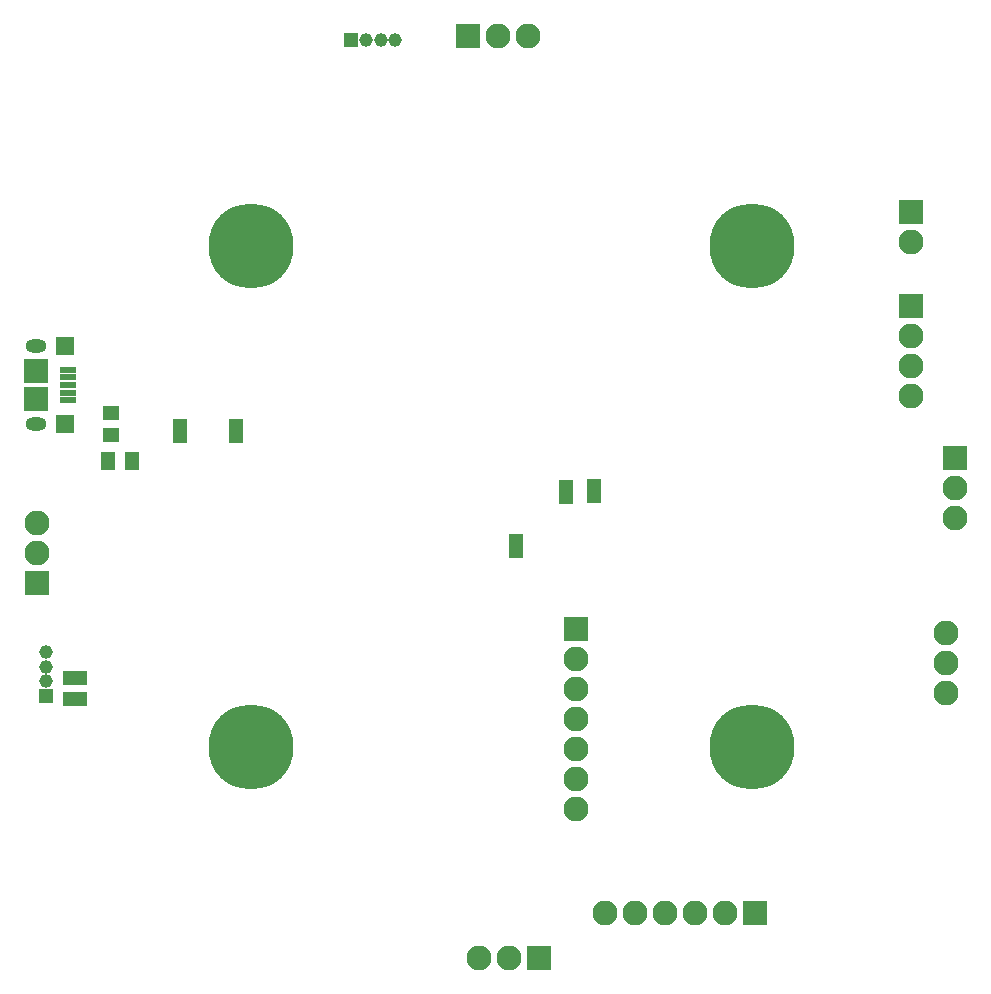
<source format=gbs>
G04*
G04 #@! TF.GenerationSoftware,Altium Limited,Altium Designer,18.1.6 (161)*
G04*
G04 Layer_Color=16711935*
%FSLAX25Y25*%
%MOIN*%
G70*
G01*
G75*
%ADD23R,0.07887X0.04737*%
%ADD24R,0.04737X0.07887*%
%ADD25R,0.04737X0.06115*%
%ADD31R,0.05524X0.04737*%
%ADD41C,0.28359*%
%ADD42O,0.07099X0.04343*%
%ADD43C,0.08300*%
%ADD44R,0.08300X0.08300*%
%ADD45R,0.08300X0.08300*%
%ADD46R,0.04540X0.04540*%
%ADD47C,0.04540*%
%ADD48R,0.04540X0.04540*%
%ADD92R,0.06312X0.06312*%
%ADD93R,0.08280X0.08280*%
%ADD94R,0.05709X0.01968*%
D23*
X150000Y220500D02*
D03*
Y227500D02*
D03*
D24*
X297000Y271500D02*
D03*
X313500Y289750D02*
D03*
X323000Y290000D02*
D03*
X185000Y310000D02*
D03*
X203642D02*
D03*
D25*
X168937Y300000D02*
D03*
X161063D02*
D03*
D31*
X162000Y316047D02*
D03*
Y308567D02*
D03*
D41*
X208465Y371575D02*
D03*
X375512D02*
D03*
X208465Y204528D02*
D03*
X375512D02*
D03*
D42*
X136969Y312307D02*
D03*
Y338291D02*
D03*
D43*
X440291Y222500D02*
D03*
Y232500D02*
D03*
Y242500D02*
D03*
X317041Y184000D02*
D03*
Y194000D02*
D03*
Y204000D02*
D03*
Y214000D02*
D03*
Y224000D02*
D03*
Y234000D02*
D03*
X428607Y373000D02*
D03*
X428607Y331500D02*
D03*
Y341500D02*
D03*
X428607Y321500D02*
D03*
X326500Y149206D02*
D03*
X356500Y149204D02*
D03*
X366500D02*
D03*
X346500Y149204D02*
D03*
X336500Y149205D02*
D03*
X443185Y291000D02*
D03*
Y281000D02*
D03*
X294500Y134315D02*
D03*
X284500D02*
D03*
X291000Y441685D02*
D03*
X301000D02*
D03*
X137315Y269315D02*
D03*
Y279315D02*
D03*
D44*
X317041Y244000D02*
D03*
X428607Y383000D02*
D03*
X428607Y351500D02*
D03*
X443185Y301000D02*
D03*
X137315Y259315D02*
D03*
D45*
X376500Y149204D02*
D03*
X304500Y134315D02*
D03*
X281000Y441685D02*
D03*
D46*
X140433Y221563D02*
D03*
D47*
Y226484D02*
D03*
Y231405D02*
D03*
Y236327D02*
D03*
X246937Y440185D02*
D03*
X251858D02*
D03*
X256780D02*
D03*
D48*
X242016D02*
D03*
D92*
X146516Y312307D02*
D03*
Y338291D02*
D03*
D93*
X136969Y330024D02*
D03*
Y320575D02*
D03*
D94*
X147500Y320181D02*
D03*
Y322740D02*
D03*
Y325299D02*
D03*
Y327858D02*
D03*
Y330417D02*
D03*
M02*

</source>
